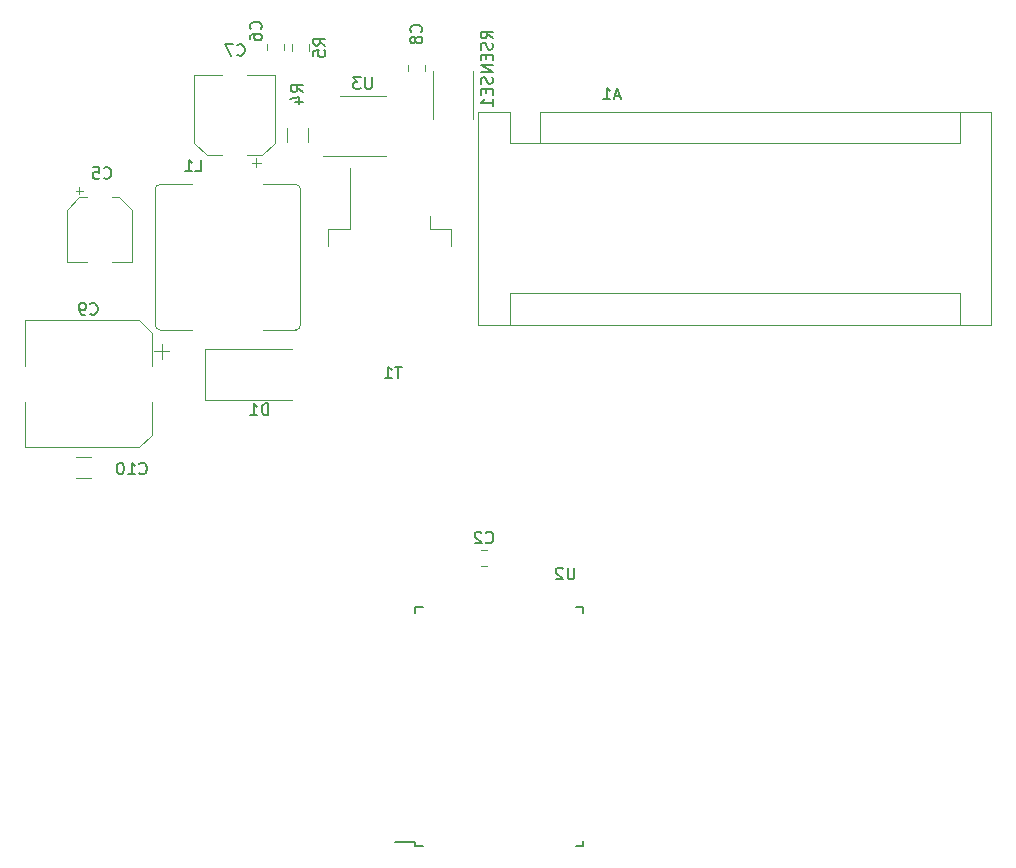
<source format=gbr>
G04 #@! TF.GenerationSoftware,KiCad,Pcbnew,5.1.6-c6e7f7d~86~ubuntu19.10.1*
G04 #@! TF.CreationDate,2020-05-21T12:39:08+02:00*
G04 #@! TF.ProjectId,MicroDroplet,4d696372-6f44-4726-9f70-6c65742e6b69,rev?*
G04 #@! TF.SameCoordinates,Original*
G04 #@! TF.FileFunction,Legend,Bot*
G04 #@! TF.FilePolarity,Positive*
%FSLAX46Y46*%
G04 Gerber Fmt 4.6, Leading zero omitted, Abs format (unit mm)*
G04 Created by KiCad (PCBNEW 5.1.6-c6e7f7d~86~ubuntu19.10.1) date 2020-05-21 12:39:08*
%MOMM*%
%LPD*%
G01*
G04 APERTURE LIST*
%ADD10C,0.120000*%
%ADD11C,0.150000*%
G04 APERTURE END LIST*
D10*
X100577000Y-100782000D02*
X100577000Y-102032000D01*
X101202000Y-101407000D02*
X99952000Y-101407000D01*
X99712000Y-108462563D02*
X98647563Y-109527000D01*
X99712000Y-99871437D02*
X98647563Y-98807000D01*
X99712000Y-99871437D02*
X99712000Y-102657000D01*
X99712000Y-108462563D02*
X99712000Y-105677000D01*
X98647563Y-109527000D02*
X88992000Y-109527000D01*
X98647563Y-98807000D02*
X88992000Y-98807000D01*
X88992000Y-98807000D02*
X88992000Y-102657000D01*
X88992000Y-109527000D02*
X88992000Y-105677000D01*
X108969250Y-85444750D02*
X108181750Y-85444750D01*
X108575500Y-85838500D02*
X108575500Y-85051000D01*
X104382437Y-84811000D02*
X103318000Y-83746563D01*
X109073563Y-84811000D02*
X110138000Y-83746563D01*
X109073563Y-84811000D02*
X107788000Y-84811000D01*
X104382437Y-84811000D02*
X105668000Y-84811000D01*
X103318000Y-83746563D02*
X103318000Y-77991000D01*
X110138000Y-83746563D02*
X110138000Y-77991000D01*
X110138000Y-77991000D02*
X107788000Y-77991000D01*
X103318000Y-77991000D02*
X105668000Y-77991000D01*
X111606000Y-75962252D02*
X111606000Y-75439748D01*
X113026000Y-75962252D02*
X113026000Y-75439748D01*
X104272000Y-105528000D02*
X111572000Y-105528000D01*
X104272000Y-101228000D02*
X111572000Y-101228000D01*
X104272000Y-105528000D02*
X104272000Y-101228000D01*
X123278000Y-91030000D02*
X123278000Y-89930000D01*
X125088000Y-91030000D02*
X123278000Y-91030000D01*
X125088000Y-92530000D02*
X125088000Y-91030000D01*
X116498000Y-91030000D02*
X116498000Y-85905000D01*
X114688000Y-91030000D02*
X116498000Y-91030000D01*
X114688000Y-92530000D02*
X114688000Y-91030000D01*
X117650000Y-84883000D02*
X114200000Y-84883000D01*
X117650000Y-84883000D02*
X119600000Y-84883000D01*
X117650000Y-79763000D02*
X115700000Y-79763000D01*
X117650000Y-79763000D02*
X119600000Y-79763000D01*
X127378000Y-99190000D02*
X127378000Y-81150000D01*
X170818000Y-99190000D02*
X127378000Y-99190000D01*
X170818000Y-81150000D02*
X170818000Y-99190000D01*
X168148000Y-83820000D02*
X168148000Y-81150000D01*
X132588000Y-83820000D02*
X168148000Y-83820000D01*
X132588000Y-83820000D02*
X132588000Y-81150000D01*
X168148000Y-96520000D02*
X168148000Y-99190000D01*
X130048000Y-96520000D02*
X168148000Y-96520000D01*
X130048000Y-96520000D02*
X130048000Y-99190000D01*
X127378000Y-81150000D02*
X130048000Y-81150000D01*
X132588000Y-81150000D02*
X170818000Y-81150000D01*
X130048000Y-83820000D02*
X130048000Y-81150000D01*
X132588000Y-83820000D02*
X130048000Y-83820000D01*
X93300500Y-87814500D02*
X93925500Y-87814500D01*
X93613000Y-87502000D02*
X93613000Y-88127000D01*
X96993563Y-88367000D02*
X98058000Y-89431437D01*
X93602437Y-88367000D02*
X92538000Y-89431437D01*
X93602437Y-88367000D02*
X94238000Y-88367000D01*
X96993563Y-88367000D02*
X96358000Y-88367000D01*
X98058000Y-89431437D02*
X98058000Y-93887000D01*
X92538000Y-89431437D02*
X92538000Y-93887000D01*
X92538000Y-93887000D02*
X94238000Y-93887000D01*
X98058000Y-93887000D02*
X96358000Y-93887000D01*
D11*
X122029000Y-142988000D02*
X120354000Y-142988000D01*
X136279000Y-143338000D02*
X135629000Y-143338000D01*
X136279000Y-123088000D02*
X135629000Y-123088000D01*
X122029000Y-123088000D02*
X122679000Y-123088000D01*
X122029000Y-143338000D02*
X122679000Y-143338000D01*
X122029000Y-123088000D02*
X122029000Y-123538000D01*
X136279000Y-123088000D02*
X136279000Y-123538000D01*
X136279000Y-143338000D02*
X136279000Y-142888000D01*
X122029000Y-143338000D02*
X122029000Y-142988000D01*
D10*
X126932000Y-81747564D02*
X126932000Y-77643436D01*
X123512000Y-81747564D02*
X123512000Y-77643436D01*
X111152000Y-83723564D02*
X111152000Y-82519436D01*
X112972000Y-83723564D02*
X112972000Y-82519436D01*
X109172000Y-99592000D02*
X111922000Y-99592000D01*
X109172000Y-87292000D02*
X111922000Y-87292000D01*
X100422000Y-99592000D02*
X103172000Y-99592000D01*
X112322000Y-99192000D02*
X112322000Y-87692000D01*
X100422000Y-87292000D02*
X103172000Y-87292000D01*
X100022000Y-87692000D02*
X100022000Y-99192000D01*
X100022000Y-99192000D02*
G75*
G03*
X100422000Y-99592000I400000J0D01*
G01*
X111922000Y-99592000D02*
G75*
G03*
X112322000Y-99192000I0J400000D01*
G01*
X112322000Y-87692000D02*
G75*
G03*
X111922000Y-87292000I-400000J0D01*
G01*
X100422000Y-87292000D02*
G75*
G03*
X100022000Y-87692000I0J-400000D01*
G01*
X94545564Y-112162000D02*
X93341436Y-112162000D01*
X94545564Y-110342000D02*
X93341436Y-110342000D01*
X121464000Y-77722252D02*
X121464000Y-77199748D01*
X122884000Y-77722252D02*
X122884000Y-77199748D01*
X109526000Y-75944252D02*
X109526000Y-75421748D01*
X110946000Y-75944252D02*
X110946000Y-75421748D01*
X127591748Y-118210000D02*
X128114252Y-118210000D01*
X127591748Y-119630000D02*
X128114252Y-119630000D01*
D11*
X94518666Y-98224142D02*
X94566285Y-98271761D01*
X94709142Y-98319380D01*
X94804380Y-98319380D01*
X94947238Y-98271761D01*
X95042476Y-98176523D01*
X95090095Y-98081285D01*
X95137714Y-97890809D01*
X95137714Y-97747952D01*
X95090095Y-97557476D01*
X95042476Y-97462238D01*
X94947238Y-97367000D01*
X94804380Y-97319380D01*
X94709142Y-97319380D01*
X94566285Y-97367000D01*
X94518666Y-97414619D01*
X94042476Y-98319380D02*
X93852000Y-98319380D01*
X93756761Y-98271761D01*
X93709142Y-98224142D01*
X93613904Y-98081285D01*
X93566285Y-97890809D01*
X93566285Y-97509857D01*
X93613904Y-97414619D01*
X93661523Y-97367000D01*
X93756761Y-97319380D01*
X93947238Y-97319380D01*
X94042476Y-97367000D01*
X94090095Y-97414619D01*
X94137714Y-97509857D01*
X94137714Y-97747952D01*
X94090095Y-97843190D01*
X94042476Y-97890809D01*
X93947238Y-97938428D01*
X93756761Y-97938428D01*
X93661523Y-97890809D01*
X93613904Y-97843190D01*
X93566285Y-97747952D01*
X106973666Y-76303142D02*
X107021285Y-76350761D01*
X107164142Y-76398380D01*
X107259380Y-76398380D01*
X107402238Y-76350761D01*
X107497476Y-76255523D01*
X107545095Y-76160285D01*
X107592714Y-75969809D01*
X107592714Y-75826952D01*
X107545095Y-75636476D01*
X107497476Y-75541238D01*
X107402238Y-75446000D01*
X107259380Y-75398380D01*
X107164142Y-75398380D01*
X107021285Y-75446000D01*
X106973666Y-75493619D01*
X106640333Y-75398380D02*
X105973666Y-75398380D01*
X106402238Y-76398380D01*
X114418380Y-75534333D02*
X113942190Y-75201000D01*
X114418380Y-74962904D02*
X113418380Y-74962904D01*
X113418380Y-75343857D01*
X113466000Y-75439095D01*
X113513619Y-75486714D01*
X113608857Y-75534333D01*
X113751714Y-75534333D01*
X113846952Y-75486714D01*
X113894571Y-75439095D01*
X113942190Y-75343857D01*
X113942190Y-74962904D01*
X113418380Y-76439095D02*
X113418380Y-75962904D01*
X113894571Y-75915285D01*
X113846952Y-75962904D01*
X113799333Y-76058142D01*
X113799333Y-76296238D01*
X113846952Y-76391476D01*
X113894571Y-76439095D01*
X113989809Y-76486714D01*
X114227904Y-76486714D01*
X114323142Y-76439095D01*
X114370761Y-76391476D01*
X114418380Y-76296238D01*
X114418380Y-76058142D01*
X114370761Y-75962904D01*
X114323142Y-75915285D01*
X109610095Y-106830380D02*
X109610095Y-105830380D01*
X109372000Y-105830380D01*
X109229142Y-105878000D01*
X109133904Y-105973238D01*
X109086285Y-106068476D01*
X109038666Y-106258952D01*
X109038666Y-106401809D01*
X109086285Y-106592285D01*
X109133904Y-106687523D01*
X109229142Y-106782761D01*
X109372000Y-106830380D01*
X109610095Y-106830380D01*
X108086285Y-106830380D02*
X108657714Y-106830380D01*
X108372000Y-106830380D02*
X108372000Y-105830380D01*
X108467238Y-105973238D01*
X108562476Y-106068476D01*
X108657714Y-106116095D01*
X120903904Y-102703380D02*
X120332476Y-102703380D01*
X120618190Y-103703380D02*
X120618190Y-102703380D01*
X119475333Y-103703380D02*
X120046761Y-103703380D01*
X119761047Y-103703380D02*
X119761047Y-102703380D01*
X119856285Y-102846238D01*
X119951523Y-102941476D01*
X120046761Y-102989095D01*
X118363904Y-78192380D02*
X118363904Y-79001904D01*
X118316285Y-79097142D01*
X118268666Y-79144761D01*
X118173428Y-79192380D01*
X117982952Y-79192380D01*
X117887714Y-79144761D01*
X117840095Y-79097142D01*
X117792476Y-79001904D01*
X117792476Y-78192380D01*
X117411523Y-78192380D02*
X116792476Y-78192380D01*
X117125809Y-78573333D01*
X116982952Y-78573333D01*
X116887714Y-78620952D01*
X116840095Y-78668571D01*
X116792476Y-78763809D01*
X116792476Y-79001904D01*
X116840095Y-79097142D01*
X116887714Y-79144761D01*
X116982952Y-79192380D01*
X117268666Y-79192380D01*
X117363904Y-79144761D01*
X117411523Y-79097142D01*
X139398285Y-79795666D02*
X138922095Y-79795666D01*
X139493523Y-80081380D02*
X139160190Y-79081380D01*
X138826857Y-80081380D01*
X137969714Y-80081380D02*
X138541142Y-80081380D01*
X138255428Y-80081380D02*
X138255428Y-79081380D01*
X138350666Y-79224238D01*
X138445904Y-79319476D01*
X138541142Y-79367095D01*
X95670666Y-86717142D02*
X95718285Y-86764761D01*
X95861142Y-86812380D01*
X95956380Y-86812380D01*
X96099238Y-86764761D01*
X96194476Y-86669523D01*
X96242095Y-86574285D01*
X96289714Y-86383809D01*
X96289714Y-86240952D01*
X96242095Y-86050476D01*
X96194476Y-85955238D01*
X96099238Y-85860000D01*
X95956380Y-85812380D01*
X95861142Y-85812380D01*
X95718285Y-85860000D01*
X95670666Y-85907619D01*
X94765904Y-85812380D02*
X95242095Y-85812380D01*
X95289714Y-86288571D01*
X95242095Y-86240952D01*
X95146857Y-86193333D01*
X94908761Y-86193333D01*
X94813523Y-86240952D01*
X94765904Y-86288571D01*
X94718285Y-86383809D01*
X94718285Y-86621904D01*
X94765904Y-86717142D01*
X94813523Y-86764761D01*
X94908761Y-86812380D01*
X95146857Y-86812380D01*
X95242095Y-86764761D01*
X95289714Y-86717142D01*
X135508904Y-119721380D02*
X135508904Y-120530904D01*
X135461285Y-120626142D01*
X135413666Y-120673761D01*
X135318428Y-120721380D01*
X135127952Y-120721380D01*
X135032714Y-120673761D01*
X134985095Y-120626142D01*
X134937476Y-120530904D01*
X134937476Y-119721380D01*
X134508904Y-119816619D02*
X134461285Y-119769000D01*
X134366047Y-119721380D01*
X134127952Y-119721380D01*
X134032714Y-119769000D01*
X133985095Y-119816619D01*
X133937476Y-119911857D01*
X133937476Y-120007095D01*
X133985095Y-120149952D01*
X134556523Y-120721380D01*
X133937476Y-120721380D01*
X128595380Y-74922380D02*
X128119190Y-74589047D01*
X128595380Y-74350952D02*
X127595380Y-74350952D01*
X127595380Y-74731904D01*
X127643000Y-74827142D01*
X127690619Y-74874761D01*
X127785857Y-74922380D01*
X127928714Y-74922380D01*
X128023952Y-74874761D01*
X128071571Y-74827142D01*
X128119190Y-74731904D01*
X128119190Y-74350952D01*
X128547761Y-75303333D02*
X128595380Y-75446190D01*
X128595380Y-75684285D01*
X128547761Y-75779523D01*
X128500142Y-75827142D01*
X128404904Y-75874761D01*
X128309666Y-75874761D01*
X128214428Y-75827142D01*
X128166809Y-75779523D01*
X128119190Y-75684285D01*
X128071571Y-75493809D01*
X128023952Y-75398571D01*
X127976333Y-75350952D01*
X127881095Y-75303333D01*
X127785857Y-75303333D01*
X127690619Y-75350952D01*
X127643000Y-75398571D01*
X127595380Y-75493809D01*
X127595380Y-75731904D01*
X127643000Y-75874761D01*
X128071571Y-76303333D02*
X128071571Y-76636666D01*
X128595380Y-76779523D02*
X128595380Y-76303333D01*
X127595380Y-76303333D01*
X127595380Y-76779523D01*
X128595380Y-77208095D02*
X127595380Y-77208095D01*
X128595380Y-77779523D01*
X127595380Y-77779523D01*
X128547761Y-78208095D02*
X128595380Y-78350952D01*
X128595380Y-78589047D01*
X128547761Y-78684285D01*
X128500142Y-78731904D01*
X128404904Y-78779523D01*
X128309666Y-78779523D01*
X128214428Y-78731904D01*
X128166809Y-78684285D01*
X128119190Y-78589047D01*
X128071571Y-78398571D01*
X128023952Y-78303333D01*
X127976333Y-78255714D01*
X127881095Y-78208095D01*
X127785857Y-78208095D01*
X127690619Y-78255714D01*
X127643000Y-78303333D01*
X127595380Y-78398571D01*
X127595380Y-78636666D01*
X127643000Y-78779523D01*
X128071571Y-79208095D02*
X128071571Y-79541428D01*
X128595380Y-79684285D02*
X128595380Y-79208095D01*
X127595380Y-79208095D01*
X127595380Y-79684285D01*
X128595380Y-80636666D02*
X128595380Y-80065238D01*
X128595380Y-80350952D02*
X127595380Y-80350952D01*
X127738238Y-80255714D01*
X127833476Y-80160476D01*
X127881095Y-80065238D01*
X112514380Y-79462333D02*
X112038190Y-79129000D01*
X112514380Y-78890904D02*
X111514380Y-78890904D01*
X111514380Y-79271857D01*
X111562000Y-79367095D01*
X111609619Y-79414714D01*
X111704857Y-79462333D01*
X111847714Y-79462333D01*
X111942952Y-79414714D01*
X111990571Y-79367095D01*
X112038190Y-79271857D01*
X112038190Y-78890904D01*
X111847714Y-80319476D02*
X112514380Y-80319476D01*
X111466761Y-80081380D02*
X112181047Y-79843285D01*
X112181047Y-80462333D01*
X103417666Y-86177380D02*
X103893857Y-86177380D01*
X103893857Y-85177380D01*
X102560523Y-86177380D02*
X103131952Y-86177380D01*
X102846238Y-86177380D02*
X102846238Y-85177380D01*
X102941476Y-85320238D01*
X103036714Y-85415476D01*
X103131952Y-85463095D01*
X98686857Y-111736142D02*
X98734476Y-111783761D01*
X98877333Y-111831380D01*
X98972571Y-111831380D01*
X99115428Y-111783761D01*
X99210666Y-111688523D01*
X99258285Y-111593285D01*
X99305904Y-111402809D01*
X99305904Y-111259952D01*
X99258285Y-111069476D01*
X99210666Y-110974238D01*
X99115428Y-110879000D01*
X98972571Y-110831380D01*
X98877333Y-110831380D01*
X98734476Y-110879000D01*
X98686857Y-110926619D01*
X97734476Y-111831380D02*
X98305904Y-111831380D01*
X98020190Y-111831380D02*
X98020190Y-110831380D01*
X98115428Y-110974238D01*
X98210666Y-111069476D01*
X98305904Y-111117095D01*
X97115428Y-110831380D02*
X97020190Y-110831380D01*
X96924952Y-110879000D01*
X96877333Y-110926619D01*
X96829714Y-111021857D01*
X96782095Y-111212333D01*
X96782095Y-111450428D01*
X96829714Y-111640904D01*
X96877333Y-111736142D01*
X96924952Y-111783761D01*
X97020190Y-111831380D01*
X97115428Y-111831380D01*
X97210666Y-111783761D01*
X97258285Y-111736142D01*
X97305904Y-111640904D01*
X97353523Y-111450428D01*
X97353523Y-111212333D01*
X97305904Y-111021857D01*
X97258285Y-110926619D01*
X97210666Y-110879000D01*
X97115428Y-110831380D01*
X122531142Y-74382333D02*
X122578761Y-74334714D01*
X122626380Y-74191857D01*
X122626380Y-74096619D01*
X122578761Y-73953761D01*
X122483523Y-73858523D01*
X122388285Y-73810904D01*
X122197809Y-73763285D01*
X122054952Y-73763285D01*
X121864476Y-73810904D01*
X121769238Y-73858523D01*
X121674000Y-73953761D01*
X121626380Y-74096619D01*
X121626380Y-74191857D01*
X121674000Y-74334714D01*
X121721619Y-74382333D01*
X122054952Y-74953761D02*
X122007333Y-74858523D01*
X121959714Y-74810904D01*
X121864476Y-74763285D01*
X121816857Y-74763285D01*
X121721619Y-74810904D01*
X121674000Y-74858523D01*
X121626380Y-74953761D01*
X121626380Y-75144238D01*
X121674000Y-75239476D01*
X121721619Y-75287095D01*
X121816857Y-75334714D01*
X121864476Y-75334714D01*
X121959714Y-75287095D01*
X122007333Y-75239476D01*
X122054952Y-75144238D01*
X122054952Y-74953761D01*
X122102571Y-74858523D01*
X122150190Y-74810904D01*
X122245428Y-74763285D01*
X122435904Y-74763285D01*
X122531142Y-74810904D01*
X122578761Y-74858523D01*
X122626380Y-74953761D01*
X122626380Y-75144238D01*
X122578761Y-75239476D01*
X122531142Y-75287095D01*
X122435904Y-75334714D01*
X122245428Y-75334714D01*
X122150190Y-75287095D01*
X122102571Y-75239476D01*
X122054952Y-75144238D01*
X108942142Y-74128333D02*
X108989761Y-74080714D01*
X109037380Y-73937857D01*
X109037380Y-73842619D01*
X108989761Y-73699761D01*
X108894523Y-73604523D01*
X108799285Y-73556904D01*
X108608809Y-73509285D01*
X108465952Y-73509285D01*
X108275476Y-73556904D01*
X108180238Y-73604523D01*
X108085000Y-73699761D01*
X108037380Y-73842619D01*
X108037380Y-73937857D01*
X108085000Y-74080714D01*
X108132619Y-74128333D01*
X108037380Y-74985476D02*
X108037380Y-74795000D01*
X108085000Y-74699761D01*
X108132619Y-74652142D01*
X108275476Y-74556904D01*
X108465952Y-74509285D01*
X108846904Y-74509285D01*
X108942142Y-74556904D01*
X108989761Y-74604523D01*
X109037380Y-74699761D01*
X109037380Y-74890238D01*
X108989761Y-74985476D01*
X108942142Y-75033095D01*
X108846904Y-75080714D01*
X108608809Y-75080714D01*
X108513571Y-75033095D01*
X108465952Y-74985476D01*
X108418333Y-74890238D01*
X108418333Y-74699761D01*
X108465952Y-74604523D01*
X108513571Y-74556904D01*
X108608809Y-74509285D01*
X128019666Y-117578142D02*
X128067285Y-117625761D01*
X128210142Y-117673380D01*
X128305380Y-117673380D01*
X128448238Y-117625761D01*
X128543476Y-117530523D01*
X128591095Y-117435285D01*
X128638714Y-117244809D01*
X128638714Y-117101952D01*
X128591095Y-116911476D01*
X128543476Y-116816238D01*
X128448238Y-116721000D01*
X128305380Y-116673380D01*
X128210142Y-116673380D01*
X128067285Y-116721000D01*
X128019666Y-116768619D01*
X127638714Y-116768619D02*
X127591095Y-116721000D01*
X127495857Y-116673380D01*
X127257761Y-116673380D01*
X127162523Y-116721000D01*
X127114904Y-116768619D01*
X127067285Y-116863857D01*
X127067285Y-116959095D01*
X127114904Y-117101952D01*
X127686333Y-117673380D01*
X127067285Y-117673380D01*
M02*

</source>
